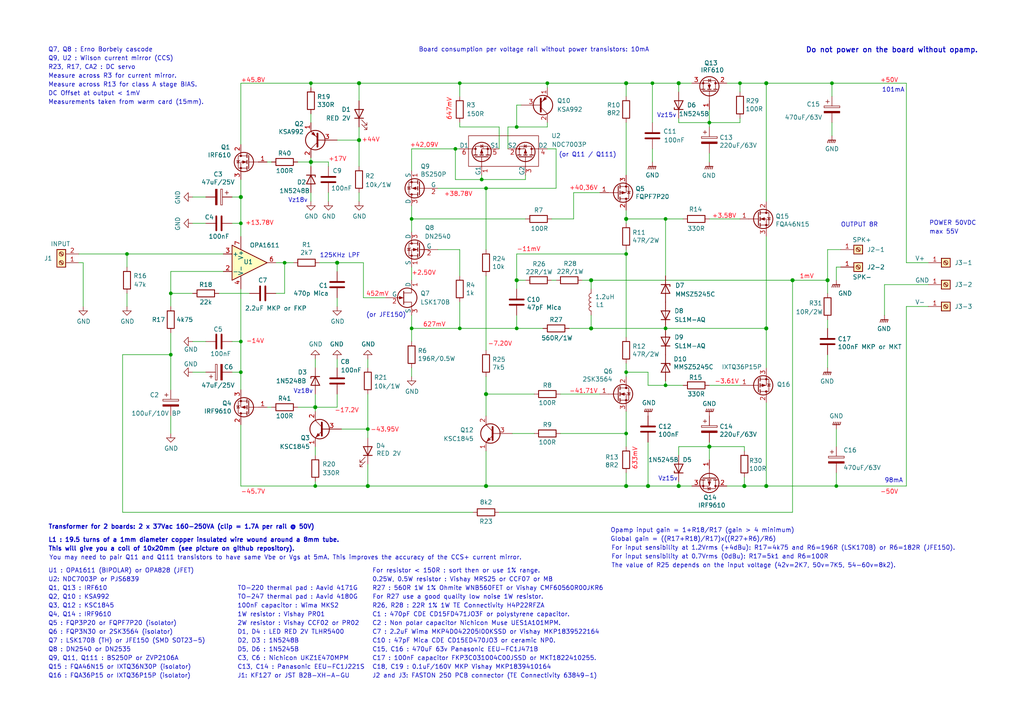
<source format=kicad_sch>
(kicad_sch (version 20231120) (generator "eeschema") (generator_version "8.0")
  (paper "A4")
  (title_block (title "Q17-Mini Amplifier") (date "2024-08-26") (rev "2.3.4") (company "Principe circuit by Tiberiu Vicol") (comment 1 "Modified by Stef for the Q17-Mini project") (comment 4 "Q17 a QUAD405 audiophile approach"))
  (junction (at 133.35 95.25))
  (junction (at 241.3 24.13))
  (junction (at 187.96 140.97) (diameter 1.016))
  (junction (at 106.68 124.46))
  (junction (at 91.44 140.97))
  (junction (at 215.9 140.97) (diameter 1.016))
  (junction (at 91.44 118.11) (diameter 1.016))
  (junction (at 140.97 54.61))
  (junction (at 36.83 73.66))
  (junction (at 205.74 35.56))
  (junction (at 196.85 24.13) (diameter 1.016))
  (junction (at 181.61 107.95))
  (junction (at 158.75 24.13))
  (junction (at 140.97 140.97) (diameter 1.016))
  (junction (at 196.85 140.97) (diameter 1.016))
  (junction (at 222.25 140.97) (diameter 1.016))
  (junction (at 90.17 46.99) (diameter 1.016))
  (junction (at 49.53 85.09))
  (junction (at 181.61 63.5) (diameter 1.016))
  (junction (at 240.03 81.28) (diameter 1.016))
  (junction (at 171.45 81.28) (diameter 1.016))
  (junction (at 69.85 107.95))
  (junction (at 139.7 52.07))
  (junction (at 149.86 95.25))
  (junction (at 69.85 57.15) (diameter 1.016))
  (junction (at 133.35 24.13))
  (junction (at 97.79 76.2) (diameter 1.016))
  (junction (at 149.86 81.28) (diameter 1.016))
  (junction (at 229.87 81.28) (diameter 1.016))
  (junction (at 82.55 76.2))
  (junction (at 205.74 129.54) (diameter 1.016))
  (junction (at 242.57 140.97))
  (junction (at 189.23 24.13))
  (junction (at 171.45 95.25) (diameter 1.016))
  (junction (at 222.25 24.13) (diameter 1.016))
  (junction (at 193.04 63.5))
  (junction (at 119.38 63.5))
  (junction (at 214.63 24.13))
  (junction (at 106.68 140.97) (diameter 1.016))
  (junction (at 181.61 140.97) (diameter 1.016))
  (junction (at 193.04 95.25))
  (junction (at 149.86 36.83))
  (junction (at 104.14 24.13) (diameter 1.016))
  (junction (at 222.25 95.25) (diameter 1.016))
  (junction (at 140.97 114.3) (diameter 1.016))
  (junction (at 132.08 43.18))
  (junction (at 181.61 73.66))
  (junction (at 104.14 40.64) (diameter 1.016))
  (junction (at 69.85 64.77))
  (junction (at 69.85 99.06))
  (junction (at 193.04 111.76))
  (junction (at 49.53 102.87))
  (junction (at 90.17 24.13))
  (junction (at 181.61 24.13) (diameter 1.016))
  (junction (at 181.61 125.73))
  (junction (at 119.38 95.25))
  (wire (pts (xy 149.86 30.48) (xy 151.13 30.48)))
  (wire (pts (xy 166.37 63.5) (xy 166.37 55.88)))
  (wire (pts (xy 181.61 72.39) (xy 181.61 73.66)))
  (wire (pts (xy 104.14 40.64) (xy 104.14 36.83)))
  (wire (pts (xy 97.79 40.64) (xy 104.14 40.64)))
  (wire (pts (xy 104.14 24.13) (xy 133.35 24.13)))
  (wire (pts (xy 215.9 130.81) (xy 215.9 129.54)))
  (wire (pts (xy 215.9 129.54) (xy 205.74 129.54)))
  (wire (pts (xy 90.17 33.02) (xy 90.17 35.56)))
  (wire (pts (xy 262.89 24.13) (xy 262.89 76.2)))
  (wire (pts (xy 49.53 78.74) (xy 49.53 85.09)))
  (wire (pts (xy 49.53 125.73) (xy 49.53 120.65)))
  (wire (pts (xy 67.31 107.95) (xy 69.85 107.95)))
  (wire (pts (xy 24.13 76.2) (xy 24.13 88.9)))
  (wire (pts (xy 22.86 76.2) (xy 24.13 76.2)))
  (wire (pts (xy 49.53 102.87) (xy 49.53 113.03)))
  (wire (pts (xy 119.38 43.18) (xy 119.38 49.53)))
  (wire (pts (xy 189.23 43.18) (xy 189.23 46.99)))
  (wire (pts (xy 67.31 99.06) (xy 69.85 99.06)))
  (wire (pts (xy 90.17 24.13) (xy 104.14 24.13)))
  (wire (pts (xy 181.61 119.38) (xy 181.61 125.73)))
  (wire (pts (xy 149.86 73.66) (xy 181.61 73.66)))
  (wire (pts (xy 149.86 81.28) (xy 149.86 73.66)))
  (wire (pts (xy 200.66 24.13) (xy 196.85 24.13)))
  (wire (pts (xy 262.89 88.9) (xy 262.89 140.97)))
  (wire (pts (xy 147.32 36.83) (xy 149.86 36.83)))
  (wire (pts (xy 90.17 46.99) (xy 90.17 48.26)))
  (wire (pts (xy 90.17 45.72) (xy 90.17 46.99)))
  (wire (pts (xy 78.74 118.11) (xy 77.47 118.11)))
  (wire (pts (xy 22.86 73.66) (xy 36.83 73.66)))
  (wire (pts (xy 262.89 88.9) (xy 269.24 88.9)))
  (wire (pts (xy 119.38 43.18) (xy 132.08 43.18)))
  (wire (pts (xy 241.3 24.13) (xy 262.89 24.13)))
  (wire (pts (xy 69.85 140.97) (xy 91.44 140.97)))
  (wire (pts (xy 240.03 72.39) (xy 240.03 81.28)))
  (wire (pts (xy 69.85 123.19) (xy 69.85 140.97)))
  (wire (pts (xy 69.85 57.15) (xy 69.85 64.77)))
  (wire (pts (xy 55.88 57.15) (xy 59.69 57.15)))
  (wire (pts (xy 132.08 43.18) (xy 133.35 43.18)))
  (wire (pts (xy 173.99 55.88) (xy 166.37 55.88)))
  (wire (pts (xy 205.74 44.45) (xy 205.74 46.99)))
  (wire (pts (xy 35.56 102.87) (xy 49.53 102.87)))
  (wire (pts (xy 137.16 148.59) (xy 35.56 148.59)))
  (wire (pts (xy 35.56 148.59) (xy 35.56 102.87)))
  (wire (pts (xy 152.4 81.28) (xy 149.86 81.28)))
  (wire (pts (xy 149.86 81.28) (xy 149.86 83.82)))
  (wire (pts (xy 181.61 35.56) (xy 181.61 50.8)))
  (wire (pts (xy 205.74 128.27) (xy 205.74 129.54)))
  (wire (pts (xy 127 54.61) (xy 140.97 54.61)))
  (wire (pts (xy 158.75 43.18) (xy 161.29 43.18)))
  (wire (pts (xy 55.88 107.95) (xy 59.69 107.95)))
  (wire (pts (xy 91.44 139.7) (xy 91.44 140.97)))
  (wire (pts (xy 119.38 59.69) (xy 119.38 63.5)))
  (wire (pts (xy 168.91 81.28) (xy 171.45 81.28)))
  (wire (pts (xy 171.45 83.82) (xy 171.45 81.28)))
  (wire (pts (xy 160.02 81.28) (xy 161.29 81.28)))
  (wire (pts (xy 242.57 77.47) (xy 243.84 77.47)))
  (wire (pts (xy 242.57 77.47) (xy 242.57 81.28)))
  (wire (pts (xy 158.75 24.13) (xy 158.75 25.4)))
  (wire (pts (xy 36.83 73.66) (xy 64.77 73.66)))
  (wire (pts (xy 162.56 114.3) (xy 173.99 114.3)))
  (wire (pts (xy 140.97 114.3) (xy 154.94 114.3)))
  (wire (pts (xy 149.86 36.83) (xy 158.75 36.83)))
  (wire (pts (xy 229.87 81.28) (xy 229.87 148.59)))
  (wire (pts (xy 229.87 148.59) (xy 144.78 148.59)))
  (wire (pts (xy 55.88 64.77) (xy 59.69 64.77)))
  (wire (pts (xy 171.45 91.44) (xy 171.45 95.25)))
  (wire (pts (xy 165.1 95.25) (xy 171.45 95.25)))
  (wire (pts (xy 140.97 54.61) (xy 161.29 54.61)))
  (wire (pts (xy 205.74 63.5) (xy 214.63 63.5)))
  (wire (pts (xy 77.47 46.99) (xy 78.74 46.99)))
  (wire (pts (xy 205.74 111.76) (xy 214.63 111.76)))
  (wire (pts (xy 222.25 58.42) (xy 222.25 24.13)))
  (wire (pts (xy 210.82 24.13) (xy 214.63 24.13)))
  (wire (pts (xy 181.61 24.13) (xy 189.23 24.13)))
  (wire (pts (xy 181.61 24.13) (xy 181.61 27.94)))
  (wire (pts (xy 133.35 24.13) (xy 158.75 24.13)))
  (wire (pts (xy 97.79 118.11) (xy 91.44 118.11)))
  (wire (pts (xy 97.79 114.3) (xy 97.79 118.11)))
  (wire (pts (xy 215.9 138.43) (xy 215.9 140.97)))
  (wire (pts (xy 222.25 95.25) (xy 222.25 106.68)))
  (wire (pts (xy 222.25 68.58) (xy 222.25 95.25)))
  (wire (pts (xy 166.37 63.5) (xy 160.02 63.5)))
  (wire (pts (xy 140.97 109.22) (xy 140.97 114.3)))
  (wire (pts (xy 36.83 73.66) (xy 36.83 77.47)))
  (wire (pts (xy 133.35 35.56) (xy 133.35 36.83)))
  (wire (pts (xy 119.38 63.5) (xy 119.38 67.31)))
  (wire (pts (xy 162.56 125.73) (xy 181.61 125.73)))
  (wire (pts (xy 205.74 31.75) (xy 205.74 35.56)))
  (wire (pts (xy 181.61 107.95) (xy 181.61 109.22)))
  (wire (pts (xy 91.44 106.68) (xy 91.44 104.14)))
  (wire (pts (xy 132.08 43.18) (xy 132.08 52.07)))
  (wire (pts (xy 97.79 76.2) (xy 105.41 76.2)))
  (wire (pts (xy 181.61 105.41) (xy 181.61 107.95)))
  (wire (pts (xy 140.97 114.3) (xy 140.97 120.65)))
  (wire (pts (xy 196.85 35.56) (xy 205.74 35.56)))
  (wire (pts (xy 196.85 34.29) (xy 196.85 35.56)))
  (wire (pts (xy 133.35 24.13) (xy 133.35 27.94)))
  (wire (pts (xy 106.68 106.68) (xy 106.68 104.14)))
  (wire (pts (xy 214.63 35.56) (xy 214.63 34.29)))
  (wire (pts (xy 36.83 85.09) (xy 36.83 88.9)))
  (wire (pts (xy 97.79 76.2) (xy 97.79 78.74)))
  (wire (pts (xy 92.71 76.2) (xy 97.79 76.2)))
  (wire (pts (xy 95.25 46.99) (xy 90.17 46.99)))
  (wire (pts (xy 95.25 48.26) (xy 95.25 46.99)))
  (wire (pts (xy 193.04 63.5) (xy 198.12 63.5)))
  (wire (pts (xy 133.35 36.83) (xy 144.78 36.83)))
  (wire (pts (xy 149.86 91.44) (xy 149.86 95.25)))
  (wire (pts (xy 149.86 95.25) (xy 157.48 95.25)))
  (wire (pts (xy 119.38 91.44) (xy 119.38 95.25)))
  (wire (pts (xy 104.14 55.88) (xy 104.14 58.42)))
  (wire (pts (xy 69.85 113.03) (xy 69.85 107.95)))
  (wire (pts (xy 181.61 107.95) (xy 187.96 107.95)))
  (wire (pts (xy 55.88 99.06) (xy 59.69 99.06)))
  (wire (pts (xy 69.85 99.06) (xy 69.85 107.95)))
  (wire (pts (xy 222.25 140.97) (xy 215.9 140.97)))
  (wire (pts (xy 222.25 116.84) (xy 222.25 140.97)))
  (wire (pts (xy 215.9 140.97) (xy 210.82 140.97)))
  (wire (pts (xy 187.96 140.97) (xy 181.61 140.97)))
  (wire (pts (xy 161.29 54.61) (xy 161.29 43.18)))
  (wire (pts (xy 63.5 85.09) (xy 72.39 85.09)))
  (wire (pts (xy 181.61 140.97) (xy 181.61 137.16)))
  (wire (pts (xy 140.97 140.97) (xy 181.61 140.97)))
  (wire (pts (xy 140.97 130.81) (xy 140.97 140.97)))
  (wire (pts (xy 152.4 52.07) (xy 152.4 50.8)))
  (wire (pts (xy 240.03 72.39) (xy 243.84 72.39)))
  (wire (pts (xy 80.01 76.2) (xy 82.55 76.2)))
  (wire (pts (xy 133.35 95.25) (xy 149.86 95.25)))
  (wire (pts (xy 187.96 111.76) (xy 187.96 107.95)))
  (wire (pts (xy 106.68 114.3) (xy 106.68 124.46)))
  (wire (pts (xy 91.44 119.38) (xy 91.44 118.11)))
  (wire (pts (xy 69.85 41.91) (xy 69.85 24.13)))
  (wire (pts (xy 69.85 24.13) (xy 90.17 24.13)))
  (wire (pts (xy 214.63 24.13) (xy 222.25 24.13)))
  (wire (pts (xy 187.96 128.27) (xy 187.96 140.97)))
  (wire (pts (xy 49.53 96.52) (xy 49.53 102.87)))
  (wire (pts (xy 140.97 80.01) (xy 140.97 101.6)))
  (wire (pts (xy 147.32 36.83) (xy 147.32 43.18)))
  (wire (pts (xy 67.31 64.77) (xy 69.85 64.77)))
  (wire (pts (xy 139.7 52.07) (xy 139.7 50.8)))
  (wire (pts (xy 104.14 24.13) (xy 104.14 29.21)))
  (wire (pts (xy 90.17 25.4) (xy 90.17 24.13)))
  (wire (pts (xy 189.23 24.13) (xy 189.23 35.56)))
  (wire (pts (xy 196.85 139.7) (xy 196.85 140.97)))
  (wire (pts (xy 193.04 110.49) (xy 193.04 111.76)))
  (wire (pts (xy 132.08 52.07) (xy 139.7 52.07)))
  (wire (pts (xy 119.38 63.5) (xy 152.4 63.5)))
  (wire (pts (xy 262.89 76.2) (xy 269.24 76.2)))
  (wire (pts (xy 119.38 106.68) (xy 119.38 109.22)))
  (wire (pts (xy 133.35 87.63) (xy 133.35 95.25)))
  (wire (pts (xy 222.25 140.97) (xy 242.57 140.97)))
  (wire (pts (xy 242.57 137.16) (xy 242.57 140.97)))
  (wire (pts (xy 106.68 140.97) (xy 140.97 140.97)))
  (wire (pts (xy 205.74 35.56) (xy 214.63 35.56)))
  (wire (pts (xy 106.68 140.97) (xy 106.68 134.62)))
  (wire (pts (xy 133.35 72.39) (xy 133.35 80.01)))
  (wire (pts (xy 193.04 111.76) (xy 198.12 111.76)))
  (wire (pts (xy 189.23 24.13) (xy 196.85 24.13)))
  (wire (pts (xy 205.74 129.54) (xy 205.74 133.35)))
  (wire (pts (xy 105.41 76.2) (xy 105.41 86.36)))
  (wire (pts (xy 187.96 111.76) (xy 193.04 111.76)))
  (wire (pts (xy 106.68 127) (xy 106.68 124.46)))
  (wire (pts (xy 193.04 95.25) (xy 222.25 95.25)))
  (wire (pts (xy 139.7 52.07) (xy 152.4 52.07)))
  (wire (pts (xy 187.96 140.97) (xy 196.85 140.97)))
  (wire (pts (xy 196.85 140.97) (xy 200.66 140.97)))
  (wire (pts (xy 229.87 81.28) (xy 240.03 81.28)))
  (wire (pts (xy 240.03 81.28) (xy 240.03 85.09)))
  (wire (pts (xy 171.45 81.28) (xy 229.87 81.28)))
  (wire (pts (xy 49.53 78.74) (xy 64.77 78.74)))
  (wire (pts (xy 149.86 30.48) (xy 149.86 36.83)))
  (wire (pts (xy 148.59 125.73) (xy 154.94 125.73)))
  (wire (pts (xy 91.44 118.11) (xy 91.44 114.3)))
  (wire (pts (xy 205.74 35.56) (xy 205.74 36.83)))
  (wire (pts (xy 82.55 76.2) (xy 85.09 76.2)))
  (wire (pts (xy 86.36 118.11) (xy 91.44 118.11)))
  (wire (pts (xy 256.54 82.55) (xy 256.54 91.44)))
  (wire (pts (xy 256.54 82.55) (xy 269.24 82.55)))
  (wire (pts (xy 119.38 77.47) (xy 119.38 81.28)))
  (wire (pts (xy 181.61 60.96) (xy 181.61 63.5)))
  (wire (pts (xy 181.61 63.5) (xy 181.61 64.77)))
  (wire (pts (xy 69.85 68.58) (xy 69.85 64.77)))
  (wire (pts (xy 171.45 95.25) (xy 193.04 95.25)))
  (wire (pts (xy 69.85 83.82) (xy 69.85 99.06)))
  (wire (pts (xy 181.61 125.73) (xy 181.61 129.54)))
  (wire (pts (xy 119.38 95.25) (xy 133.35 95.25)))
  (wire (pts (xy 82.55 85.09) (xy 82.55 76.2)))
  (wire (pts (xy 80.01 85.09) (xy 82.55 85.09)))
  (wire (pts (xy 181.61 73.66) (xy 181.61 97.79)))
  (wire (pts (xy 104.14 40.64) (xy 104.14 48.26)))
  (wire (pts (xy 95.25 58.42) (xy 95.25 55.88)))
  (wire (pts (xy 49.53 85.09) (xy 55.88 85.09)))
  (wire (pts (xy 140.97 54.61) (xy 140.97 72.39)))
  (wire (pts (xy 196.85 132.08) (xy 196.85 129.54)))
  (wire (pts (xy 196.85 129.54) (xy 205.74 129.54)))
  (wire (pts (xy 90.17 55.88) (xy 90.17 58.42)))
  (wire (pts (xy 242.57 140.97) (xy 262.89 140.97)))
  (wire (pts (xy 69.85 52.07) (xy 69.85 57.15)))
  (wire (pts (xy 97.79 104.14) (xy 97.79 106.68)))
  (wire (pts (xy 99.06 124.46) (xy 106.68 124.46)))
  (wire (pts (xy 240.03 102.87) (xy 240.03 106.68)))
  (wire (pts (xy 86.36 46.99) (xy 90.17 46.99)))
  (wire (pts (xy 97.79 86.36) (xy 97.79 88.9)))
  (wire (pts (xy 158.75 24.13) (xy 181.61 24.13)))
  (wire (pts (xy 240.03 92.71) (xy 240.03 95.25)))
  (wire (pts (xy 241.3 35.56) (xy 241.3 39.37)))
  (wire (pts (xy 127 72.39) (xy 133.35 72.39)))
  (wire (pts (xy 196.85 24.13) (xy 196.85 26.67)))
  (wire (pts (xy 144.78 36.83) (xy 144.78 43.18)))
  (wire (pts (xy 181.61 63.5) (xy 193.04 63.5)))
  (wire (pts (xy 214.63 26.67) (xy 214.63 24.13)))
  (wire (pts (xy 119.38 95.25) (xy 119.38 99.06)))
  (wire (pts (xy 91.44 140.97) (xy 106.68 140.97)))
  (wire (pts (xy 49.53 85.09) (xy 49.53 88.9)))
  (wire (pts (xy 242.57 129.54) (xy 242.57 124.46)))
  (wire (pts (xy 105.41 86.36) (xy 111.76 86.36)))
  (wire (pts (xy 193.04 63.5) (xy 193.04 80.01)))
  (wire (pts (xy 222.25 24.13) (xy 241.3 24.13)))
  (wire (pts (xy 241.3 27.94) (xy 241.3 24.13)))
  (wire (pts (xy 67.31 57.15) (xy 69.85 57.15)))
  (wire (pts (xy 91.44 132.08) (xy 91.44 129.54)))
  (wire (pts (xy 158.75 36.83) (xy 158.75 35.56)))
  (text "-43.95V" (at 107.442 125.476 0) (effects (font (size 1.27 1.27)) (justify left bottom)))
  (text "Q15 : FQA46N15 or IXTQ36N30P (isolator)" (at 13.97 194.31 0) (effects (font (size 1.27 1.27)) (justify left bottom)))
  (text "452mV" (at 106.172 86.106 0) (effects (font (size 1.27 1.27)) (justify left bottom)))
  (text "+2.50V" (at 119.38 80.01 0) (effects (font (size 1.27 1.27)) (justify left bottom)))
  (text "max 55V" (at 269.494 68.072 0) (effects (font (size 1.27 1.27)) (justify left bottom)))
  (text "-17.2V" (at 97.028 119.888 0) (effects (font (size 1.27 1.27)) (justify left bottom)))
  (text "The value of R25 depends on the input voltage (42v=2K7, 50v=7K5, 54-60v=8k2)." (at 177.292 164.846 0) (effects (font (size 1.27 1.27)) (justify left bottom)))
  (text "1W resistor : Vishay PR01" (at 68.834 179.07 0) (effects (font (size 1.27 1.27)) (justify left bottom)))
  (text "-11mV" (at 149.86 73.152 0) (effects (font (size 1.27 1.27)) (justify left bottom)))
  (text "Q3, Q12 : KSC1845" (at 13.97 176.53 0) (effects (font (size 1.27 1.27)) (justify left bottom)))
  (text "-50V" (at 255.27 143.51 0) (effects (font (size 1.27 1.27)) (justify left bottom)))
  (text "U2: NDC7003P or PJS6839" (at 13.97 168.91 0) (effects (font (size 1.27 1.27)) (justify left bottom)))
  (text "This will give you a coil of 10x20mm (see picture on github repository)." (at 13.97 160.02 0) (effects (font (size 1.27 1.27) (thickness 0.254) (bold yes)) (justify left bottom)))
  (text "-3.61V" (at 207.264 111.506 0) (effects (font (size 1.27 1.27)) (justify left bottom)))
  (text "Q5 : FQP3P20 or FQPF7P20 (isolator)" (at 13.97 181.61 0) (effects (font (size 1.27 1.27)) (justify left bottom)))
  (text "+45.8V" (at 69.85 24.13 0) (effects (font (size 1.27 1.27)) (justify left bottom)))
  (text "125KHz LPF" (at 92.71 74.93 0) (effects (font (size 1.27 1.27)) (justify left bottom)))
  (text "R26, R28 : 22R 1% 1W TE Connectivity H4P22RFZA" (at 107.95 176.53 0) (effects (font (size 1.27 1.27)) (justify left bottom)))
  (text "627mV" (at 122.682 94.996 0) (effects (font (size 1.27 1.27)) (justify left bottom)))
  (text "TO-247 thermal pad : Aavid 4180G" (at 86.36 173.228 0) (effects (font (size 1.27 1.27))))
  (text "(or JFE150)" (at 106.172 92.202 0) (effects (font (size 1.27 1.27)) (justify left bottom)))
  (text "Q1, Q13 : IRF610" (at 13.97 171.45 0) (effects (font (size 1.27 1.27)) (justify left bottom)))
  (text "D5, D6 : 1N5245B" (at 68.834 189.23 0) (effects (font (size 1.27 1.27)) (justify left bottom)))
  (text "C2 : Non polar capacitor Nichicon Muse UES1A101MPM." (at 107.95 181.61 0) (effects (font (size 1.27 1.27)) (justify left bottom)))
  (text "D2, D3 : 1N5248B" (at 68.834 186.69 0) (effects (font (size 1.27 1.27)) (justify left bottom)))
  (text "D1, D4 : LED RED 2V TLHR5400" (at 68.834 184.15 0) (effects (font (size 1.27 1.27)) (justify left bottom)))
  (text "For input sensibility at 0.7Vrms (0dBu): R17=5k1 and R6=100R" (at 177.292 162.306 0) (effects (font (size 1.27 1.27)) (justify left bottom)))
  (text "C3, C6 : Nichicon UKZ1E470MPM" (at 68.834 191.77 0) (effects (font (size 1.27 1.27)) (justify left bottom)))
  (text "J1: KF127 or JST B2B-XH-A-GU" (at 68.834 196.85 0) (effects (font (size 1.27 1.27)) (justify left bottom)))
  (text "U1 : OPA1611 (BIPOLAR) or OPA828 (JFET)" (at 13.97 166.37 0) (effects (font (size 1.27 1.27)) (justify left bottom)))
  (text "-7.20V" (at 141.478 100.584 0) (effects (font (size 1.27 1.27)) (justify left bottom)))
  (text "Board consumption per voltage rail without power transistors: 10mA" (at 121.412 15.24 0) (effects (font (size 1.27 1.27)) (justify left bottom)))
  (text "+3.58V" (at 206.502 63.5 0) (effects (font (size 1.27 1.27)) (justify left bottom)))
  (text "Q8 : DN2540 or DN2535" (at 13.97 189.23 0) (effects (font (size 1.27 1.27)) (justify left bottom)))
  (text "L1 : 19.5 turns of a 1mm diameter copper insulated wire wound around a 8mm tube." (at 13.97 157.48 0) (effects (font (size 1.27 1.27) (thickness 0.254) (bold yes)) (justify left bottom)))
  (text "Global gain = ((R17+R18)/R17)x((R27+R6)/R6)" (at 177.038 156.464 0) (effects (font (size 1.27 1.27)) (justify left)))
  (text "Q6 : FQP3N30 or 2SK3564 (isolator)" (at 13.97 184.15 0) (effects (font (size 1.27 1.27)) (justify left bottom)))
  (text "Q9, U2 : Wilson current mirror (CCS)" (at 13.97 17.78 0) (effects (font (size 1.27 1.27)) (justify left bottom)))
  (text "Transformer for 2 boards: 2 x 37Vac 160-250VA (clip = 1.7A per rail @ 50V)" (at 13.97 153.67 0) (effects (font (size 1.27 1.27) (thickness 0.254) (bold yes)) (justify left bottom)))
  (text "For resistor < 150R : sort then or use 1% range." (at 107.95 166.37 0) (effects (font (size 1.27 1.27)) (justify left bottom)))
  (text "647mV" (at 131.064 35.052 90) (effects (font (size 1.27 1.27) (italic yes)) (justify left bottom)))
  (text "+13.78V" (at 71.12 65.532 0) (effects (font (size 1.27 1.27)) (justify left bottom)))
  (text "For R27 use a good quality low noise 1W resistor." (at 132.842 173.228 0) (effects (font (size 1.27 1.27))))
  (text "Measure across R13 for class A stage BIAS." (at 13.97 25.4 0) (effects (font (size 1.27 1.27)) (justify left bottom)))
  (text "OUTPUT 8R" (at 243.84 66.04 0) (effects (font (size 1.27 1.27)) (justify left bottom)))
  (text "2W resistor : Vishay CCF02 or PR02" (at 68.834 181.61 0) (effects (font (size 1.27 1.27)) (justify left bottom)))
  (text "Opamp input gain = 1+R18/R17 (gain > 4 minimum)" (at 177.038 153.924 0) (effects (font (size 1.27 1.27)) (justify left)))
  (text "Q16 : FQA36P15 or IXTQ36P15P (isolator)" (at 13.97 196.85 0) (effects (font (size 1.27 1.27)) (justify left bottom)))
  (text "1mV" (at 231.902 81.026 0) (effects (font (size 1.27 1.27)) (justify left bottom)))
  (text "Vz18v" (at 85.09 114.3 0) (effects (font (size 1.27 1.27)) (justify left bottom)))
  (text "-45.7V" (at 69.85 143.51 0) (effects (font (size 1.27 1.27)) (justify left bottom)))
  (text "TO-220 thermal pad : Aavid 4171G" (at 86.36 170.688 0) (effects (font (size 1.27 1.27))))
  (text "Q7 : LSK170B (TH) or JFE150 (SMD SOT23-5)" (at 13.97 186.69 0) (effects (font (size 1.27 1.27)) (justify left bottom)))
  (text "Q2, Q10 : KSA992" (at 13.97 173.99 0) (effects (font (size 1.27 1.27)) (justify left bottom)))
  (text "Q4, Q14 : IRF9610" (at 13.97 179.07 0) (effects (font (size 1.27 1.27)) (justify left bottom)))
  (text "-14V" (at 71.374 99.822 0) (effects (font (size 1.27 1.27)) (justify left bottom)))
  (text "+40,36V" (at 165.1 55.372 0) (effects (font (size 1.27 1.27)) (justify left bottom)))
  (text "For input sensibility at 1.2Vrms (+4dBu): R17=4k75 and R6=196R (LSK170B) or R6=182R (JFE150)." (at 177.292 159.766 0) (effects (font (size 1.27 1.27)) (justify left bottom)))
  (text "C15, C16 : 470uF 63v Panasonic EEU-FC1J471B" (at 107.95 189.23 0) (effects (font (size 1.27 1.27)) (justify left bottom)))
  (text "C18, C19 : 0.1uF/160V MKP Vishay MKP1839410164" (at 107.95 194.31 0) (effects (font (size 1.27 1.27)) (justify left bottom)))
  (text "C17 : 100nF capacitor FKP3C031004C00JSSD or MKT1822410255." (at 107.95 191.77 0) (effects (font (size 1.27 1.27)) (justify left bottom)))
  (text "0.25W, 0.5W resistor : Vishay MRS25 or CCF07 or MB" (at 107.95 168.91 0) (effects (font (size 1.27 1.27)) (justify left bottom)))
  (text "C7 : 2.2uF Wima MKP4D042205I00KSSD or Vishay MKP1839522164" (at 107.95 184.15 0) (effects (font (size 1.27 1.27)) (justify left bottom)))
  (text "C1 : 470pF CDE CD15FD471JO3F or polystyrene capacitor." (at 107.95 179.07 0) (effects (font (size 1.27 1.27)) (justify left bottom)))
  (text "R23, R17, CA2 : DC servo" (at 13.97 20.32 0) (effects (font (size 1.27 1.27)) (justify left bottom)))
  (text "Measurements taken from warm card (15mm)." (at 13.97 29.718 0) (effects (font (size 1.27 1.27)) (justify left)))
  (text "+44V" (at 104.902 41.402 0) (effects (font (size 1.27 1.27)) (justify left bottom)))
  (text "You may need to pair Q11 and Q111 transistors to have same Vbe or Vgs at 5mA. This improves the accuracy of the CCS+ current mirror.\n" (at 14.224 162.56 0) (effects (font (size 1.27 1.27)) (justify left bottom)))
  (text "98mA" (at 256.54 140.208 0) (effects (font (size 1.27 1.27)) (justify left bottom)))
  (text "DC Offset at output < 1mV" (at 13.97 27.94 0) (effects (font (size 1.27 1.27)) (justify left bottom)))
  (text "Vz15v" (at 190.8835 139.6616 0) (effects (font (size 1.27 1.27)) (justify left bottom)))
  (text "J2 and J3: FASTON 250 PCB connector (TE Connectivity 63849-1)" (at 107.95 196.85 0) (effects (font (size 1.27 1.27)) (justify left bottom)))
  (text "R27 : 560R 1W 1% Ohmite WNB560FET or Vishay CMF60560R00JKR6" (at 107.95 171.45 0) (effects (font (size 1.27 1.27)) (justify left bottom)))
  (text "-41.71V" (at 165.1 114.3 0) (effects (font (size 1.27 1.27)) (justify left bottom)))
  (text "C13, C14 : Panasonic EEU-FC1J221S" (at 68.834 194.31 0) (effects (font (size 1.27 1.27)) (justify left bottom)))
  (text "Vz15v" (at 190.5 34.29 0) (effects (font (size 1.27 1.27)) (justify left bottom)))
  (text "Q7, Q8 : Erno Borbely cascode\n" (at 13.97 15.24 0) (effects (font (size 1.27 1.27)) (justify left bottom)))
  (text "POWER 50VDC" (at 269.494 65.532 0) (effects (font (size 1.27 1.27)) (justify left bottom)))
  (text "Measure across R3 for current mirror." (at 13.97 22.86 0) (effects (font (size 1.27 1.27)) (justify left bottom)))
  (text "+42,09V" (at 118.872 42.926 0) (effects (font (size 1.27 1.27)) (justify left bottom)))
  (text "100nF capacitor : Wima MKS2" (at 68.834 176.53 0) (effects (font (size 1.27 1.27)) (justify left bottom)))
  (text "101mA" (at 255.778 26.924 0) (effects (font (size 1.27 1.27)) (justify left bottom)))
  (text "Do not power on the board without opamp." (at 233.68 15.494 0) (effects (font (size 1.5 1.5) (thickness 0.254) (bold yes)) (justify left bottom)))
  (text "633mV" (at 184.912 136.398 90) (effects (font (size 1.27 1.27) (italic yes)) (justify left bottom)))
  (text "(or Q11 / Q111)" (at 162.052 45.72 0) (effects (font (size 1.27 1.27)) (justify left bottom)))
  (text "Vz18v" (at 83.566 58.928 0) (effects (font (size 1.27 1.27)) (justify left bottom)))
  (text "C10 : 47pF Mica CDE CD15ED470JO3 or ceramic NP0." (at 107.95 186.69 0) (effects (font (size 1.27 1.27)) (justify left bottom)))
  (text "+38.78V" (at 128.778 57.15 0) (effects (font (size 1.27 1.27)) (justify left bottom)))
  (text "+17V" (at 95.25 46.99 0) (effects (font (size 1.27 1.27)) (justify left bottom)))
  (text "Q9, Q11, Q111 : BS250P or ZVP2106A" (at 13.97 191.77 0) (effects (font (size 1.27 1.27)) (justify left bottom)))
  (text "+50V" (at 255.27 24.13 0) (effects (font (size 1.27 1.27)) (justify left bottom)))
  (symbol (lib_name "GND_1") (lib_id "power:GND") (at 55.88 57.15 270) (unit 1)
    (property "Reference" "#PWR0111" (effects (hide yes)))
    (property "Value" "GND" (at 51.5556 57.2643 0))
  )
  (symbol (lib_id "Device:R") (at 181.61 133.35 0) (unit 1)
    (property "Reference" "R13" (at 175.514 132.588 0) (effects (justify left)))
    (property "Value" "8R2" (at 175.514 134.8867 0) (effects (justify left)))
    (property "Footprint" "Resistor_THT:R_Axial_DIN0207_L6.3mm_D2.5mm_P10.16mm_Horizontal" (effects (hide yes)))
    (property "Datasheet" "https://www.vishay.com/doc?28724" (effects (hide yes)))
    (property "Part#" "MRS25000C8208FCT00" (effects (hide yes)))
    (property "Mouser" "594-MRS25000C8208FCT" (effects (hide yes)))
  )
  (symbol (lib_id "Device:Q_NJFET_DGS") (at 116.84 86.36 0) (unit 1)
    (property "Reference" "Q7" (at 121.92 85.09 0) (effects (justify left)))
    (property "Value" "LSK170B" (at 121.92 87.63 0) (effects (justify left)))
    (property "Footprint" "Package_TO_SOT_THT:TO-92_Inline_Wide" (effects (hide yes)))
    (property "Datasheet" "https://www.mouser.fr/datasheet/2/1442/LSK170SeriesDSRevA22-3179964.pdf" (effects (hide yes)))
    (property "Part#" "LSK170B-TO-92-3L-BK" (effects (hide yes)))
    (property "Mouser" "722-LSK170BTO923LBK" (effects (hide yes)))
  )
  (symbol (lib_id "Device:C") (at 63.5 99.06 90) (unit 1)
    (property "Reference" "C5" (at 63.246 95.504 90))
    (property "Value" "100nF" (at 64.008 102.616 90))
    (property "Footprint" "Capacitor_THT:C_Rect_L7.2mm_W2.5mm_P5.00mm_FKS2_FKP2_MKS2_MKP2" (effects (hide yes)))
    (property "Datasheet" "https://www.mouser.fr/datasheet/2/440/e_WIMA_MKS_2-1139871.pdf" (effects (hide yes)))
    (property "Part#" "MKS2D031001A00KSSD" (effects (hide yes)))
    (property "Mouser" "505-MKS2.1/100/10" (effects (hide yes)))
  )
  (symbol (lib_id "Device:R") (at 240.03 88.9 0) (unit 1)
    (property "Reference" "R31" (at 234.5931 87.9307 0) (effects (justify left)))
    (property "Value" "10R/2W" (at 230.7831 90.4707 0) (effects (justify left)))
    (property "Footprint" "Resistor_THT:R_Axial_DIN0411_L9.9mm_D3.6mm_P15.24mm_Horizontal" (effects (hide yes)))
    (property "Datasheet" "https://www.vishay.com/doc?28729" (effects (hide yes)))
    (property "Part#" "PR02000201009JR500" (effects (hide yes)))
    (property "Mouser" "594-5083NW10R00J" (effects (hide yes)))
  )
  (symbol (lib_name "GND_5") (lib_id "power:GND") (at 55.88 107.95 270) (unit 1)
    (property "Reference" "#PWR0129" (effects (hide yes)))
    (property "Value" "GND" (at 55.3399 105.5834 90))
  )
  (symbol (lib_name "GND_6") (lib_id "power:GND") (at 49.53 125.73 0) (unit 1)
    (property "Reference" "#PWR0107" (effects (hide yes)))
    (property "Value" "GND" (at 49.6443 130.0544 0))
  )
  (symbol (lib_id "Device:R") (at 88.9 76.2 90) (unit 1)
    (property "Reference" "R1" (at 88.9 70.9738 90))
    (property "Value" "2k7" (at 88.9 73.2725 90))
    (property "Footprint" "Resistor_THT:R_Axial_DIN0207_L6.3mm_D2.5mm_P10.16mm_Horizontal" (effects (hide yes)))
    (property "Datasheet" "https://www.vishay.com/doc?28724" (effects (hide yes)))
    (property "Part#" "MRS25000C2701FRP00" (effects (hide yes)))
    (property "Mouser" "594-MRS25000C2701FRP" (effects (hide yes)))
  )
  (symbol (lib_name "GNDPWR_1") (lib_id "power:GNDPWR") (at 205.74 120.65 180) (unit 1)
    (property "Reference" "#PWR0121" (effects (hide yes)))
    (property "Value" "GND" (at 205.74 117.094 0))
  )
  (symbol (lib_id "Connector:Screw_Terminal_01x01") (at 248.92 77.47 0) (unit 1)
    (property "Reference" "J2-2" (at 251.46 77.47 0) (effects (justify left)))
    (property "Value" "SPK-" (at 247.2875 80.371 0) (effects (justify left)))
    (property "Footprint" "Q17_Library:Faston_Connector_63849-1_TEC" (effects (hide yes)))
    (property "Datasheet" "https://www.te.com/commerce/DocumentDelivery/DDEController?Action=srchrtrv&DocNm=63824&DocType=Customer+Drawing&DocLang=English&PartCntxt=63824-1&DocFormat=pdf" (effects (hide yes)))
    (property "Part#" "TE Connectivity 63849-1" (effects (hide yes)))
    (property "Mouser" "571-638491" (effects (hide yes)))
  )
  (symbol (lib_id "Device:C") (at 187.96 124.46 0) (unit 1)
    (property "Reference" "C12" (at 190.8811 123.6991 0) (effects (justify left)))
    (property "Value" "100nF" (at 190.8811 125.9978 0) (effects (justify left)))
    (property "Footprint" "Capacitor_THT:C_Rect_L7.2mm_W2.5mm_P5.00mm_FKS2_FKP2_MKS2_MKP2" (effects (hide yes)))
    (property "Datasheet" "https://www.mouser.fr/datasheet/2/440/e_WIMA_MKS_2-1139871.pdf" (effects (hide yes)))
    (property "Part#" "MKS2D031001A00KSSD" (effects (hide yes)))
    (property "Mouser" "505-MKS2.1/100/10" (effects (hide yes)))
  )
  (symbol (lib_id "Device:R") (at 181.61 68.58 0) (unit 1)
    (property "Reference" "R11" (at 183.3881 67.4306 0) (effects (justify left)))
    (property "Value" "47R/2W" (at 183.3881 69.7293 0) (effects (justify left)))
    (property "Footprint" "Resistor_THT:R_Axial_DIN0411_L9.9mm_D3.6mm_P12.70mm_Horizontal" (effects (hide yes)))
    (property "Datasheet" "https://www.vishay.com/doc?28729" (effects (hide yes)))
    (property "Part#" "PR02000204709JR500" (effects (hide yes)))
    (property "Mouser" "594-5083NW47R00J" (effects (hide yes)))
  )
  (symbol (lib_id "Device:R") (at 158.75 125.73 90) (unit 1)
    (property "Reference" "R9" (at 158.75 123.19 90))
    (property "Value" "100R" (at 158.75 128.27 90))
    (property "Footprint" "Resistor_THT:R_Axial_DIN0207_L6.3mm_D2.5mm_P10.16mm_Horizontal" (effects (hide yes)))
    (property "Datasheet" "https://www.vishay.com/doc?28724" (effects (hide yes)))
    (property "Part#" "MRS25000C1000FCT00" (effects (hide yes)))
    (property "Mouser" "594-MRS25000C1000FCT" (effects (hide yes)))
  )
  (symbol (lib_id "Device:R") (at 106.68 110.49 0) (mirror x) (unit 1)
    (property "Reference" "R21" (at 108.458 109.474 0) (effects (justify left)))
    (property "Value" "10k/1W" (at 108.458 112.014 0) (effects (justify left)))
    (property "Footprint" "Resistor_THT:R_Axial_DIN0207_L6.3mm_D2.5mm_P10.16mm_Horizontal" (effects (hide yes)))
    (property "Datasheet" "https://www.vishay.com/doc?28729" (effects (hide yes)))
    (property "Part#" "PR01000101002JR500" (effects (hide yes)))
    (property "Mouser" "594-5073NW10K00J" (effects (hide yes)))
  )
  (symbol (lib_id "Device:LED") (at 104.14 33.02 90) (unit 1)
    (property "Reference" "D1" (at 99.06 31.75 90) (effects (justify right)))
    (property "Value" "RED 2V" (at 94.5029 34.2899 90) (effects (justify right)))
    (property "Footprint" "LED_THT:LED_D5.0mm" (effects (hide yes)))
    (property "Part#" "TLHR5400" (effects (hide yes)))
    (property "Mouser" "78-TLHR5400" (effects (hide yes)))
  )
  (symbol (lib_id "Device:Q_NPN_ECB") (at 93.98 124.46 0) (mirror y) (unit 1)
    (property "Reference" "Q3" (at 89.916 127 0) (effects (justify left)))
    (property "Value" "KSC1845" (at 89.916 129.54 0) (effects (justify left)))
    (property "Footprint" "Package_TO_SOT_THT:TO-92_Inline_Wide" (effects (hide yes)))
    (property "Datasheet" "https://www.mouser.fr/datasheet/2/308/1/KSC1845_D-2314480.pdf" (effects (hide yes)))
    (property "Part#" "KSC1845FTA" (effects (hide yes)))
    (property "Mouser" "512-KSC1845FTA" (effects (hide yes)))
  )
  (symbol (lib_id "Device:C_Polarized") (at 242.57 133.35 0) (unit 1)
    (property "Reference" "C16" (at 244.602 130.556 0) (effects (justify left)))
    (property "Value" "470uF/63V" (at 244.602 135.636 0) (effects (justify left)))
    (property "Footprint" "Capacitor_THT:CP_Radial_D16.0mm_P7.50mm" (effects (hide yes)))
    (property "Datasheet" "https://www.mouser.fr/datasheet/2/315/ABA0000C1209-1289053.pdf" (effects (hide yes)))
    (property "Part#" "EEU-FC1J471B" (effects (hide yes)))
    (property "Mouser" " 667-EEU-FC1J471B" (effects (hide yes)))
  )
  (symbol (lib_id "Device:R") (at 201.93 111.76 90) (unit 1)
    (property "Reference" "R15" (at 203.708 109.474 90) (effects (justify left)))
    (property "Value" "330R" (at 204.47 114.3 90) (effects (justify left)))
    (property "Footprint" "Resistor_THT:R_Axial_DIN0207_L6.3mm_D2.5mm_P10.16mm_Horizontal" (effects (hide yes)))
    (property "Datasheet" "https://www.vishay.com/doc?28724" (effects (hide yes)))
    (property "Part#" "MRS25000C3300FCT00" (effects (hide yes)))
    (property "Mouser" "594-MRS25000C3300FCT" (effects (hide yes)))
  )
  (symbol (lib_name "GNDPWR_2") (lib_id "power:GNDPWR") (at 187.96 120.65 180) (unit 1)
    (property "Reference" "#PWR0120" (effects (hide yes)))
    (property "Value" "GND" (at 188.214 116.84 0))
  )
  (symbol (lib_id "Device:C") (at 189.23 39.37 180) (unit 1)
    (property "Reference" "C11" (at 194.31 38.1 0))
    (property "Value" "100nF" (at 195.58 40.64 0))
    (property "Footprint" "Capacitor_THT:C_Rect_L7.2mm_W2.5mm_P5.00mm_FKS2_FKP2_MKS2_MKP2" (effects (hide yes)))
    (property "Datasheet" "https://www.mouser.fr/datasheet/2/440/e_WIMA_MKS_2-1139871.pdf" (effects (hide yes)))
    (property "Part#" "MKS2D031001A00KSSD" (effects (hide yes)))
    (property "Mouser" "505-MKS2.1/100/10" (effects (hide yes)))
  )
  (symbol (lib_id "Device:Q_PMOS_SGD") (at 121.92 54.61 180) (unit 1)
    (property "Reference" "Q9" (at 124.714 48.26 0) (effects (justify left)))
    (property "Value" "BS250P" (at 129.54 50.546 0) (effects (justify left)))
    (property "Footprint" "Package_TO_SOT_THT:TO-92S_Wide" (effects (hide yes)))
    (property "Datasheet" "https://www.diodes.com/assets/Datasheets/BS250P.pdf" (effects (hide yes)))
    (property "Part#" "BS250P" (effects (hide yes)))
    (property "Mouser" "522-BS250P" (effects (hide yes)))
  )
  (symbol (lib_name "GNDPWR_3") (lib_id "power:GNDPWR") (at 256.54 91.44 0) (unit 1)
    (property "Reference" "#PWR0128" (effects (hide yes)))
    (property "Value" "GND" (at 256.413 95.358 0))
  )
  (symbol (lib_id "Device:C") (at 95.25 52.07 180) (unit 1)
    (property "Reference" "C9" (at 97.79 49.53 0))
    (property "Value" "100nF" (at 99.06 54.61 0))
    (property "Footprint" "Capacitor_THT:C_Rect_L7.2mm_W2.5mm_P5.00mm_FKS2_FKP2_MKS2_MKP2" (effects (hide yes)))
    (property "Datasheet" "https://www.mouser.fr/datasheet/2/440/e_WIMA_MKS_2-1139871.pdf" (effects (hide yes)))
    (property "Part#" "MKS2D031001A00KSSD" (effects (hide yes)))
    (property "Mouser" "505-MKS2.1/100/10" (effects (hide yes)))
  )
  (symbol (lib_name "GND_4") (lib_id "power:GND") (at 24.13 88.9 0) (unit 1)
    (property "Reference" "#PWR0114" (effects (hide yes)))
    (property "Value" "GND" (at 24.2443 93.2244 0))
  )
  (symbol (lib_id "Device:C_Polarized") (at 63.5 107.95 90) (unit 1)
    (property "Reference" "C6" (at 66.294 106.426 90))
    (property "Value" "47uF/25V" (at 63.246 111.76 90))
    (property "Footprint" "Capacitor_THT:CP_Radial_D10.0mm_P5.00mm" (effects (hide yes)))
    (property "Datasheet" "https://www.mouser.fr/datasheet/2/293/e_ukw-1919118.pdf" (effects (hide yes)))
    (property "Part#" "UKW2A470MPD" (effects (hide yes)))
    (property "Mouser" "647-UKW2A470MPD" (effects (hide yes)))
  )
  (symbol (lib_id "Device:LED") (at 106.68 130.81 270) (mirror x) (unit 1)
    (property "Reference" "D4" (at 111.76 129.286 90) (effects (justify right)))
    (property "Value" "RED 2V" (at 116.3248 131.5054 90) (effects (justify right)))
    (property "Footprint" "LED_THT:LED_D5.0mm" (effects (hide yes)))
    (property "Part#" "TLHR5400" (effects (hide yes)))
    (property "Mouser" "78-TLHR5400" (effects (hide yes)))
  )
  (symbol (lib_id "Device:R") (at 201.93 63.5 90) (unit 1)
    (property "Reference" "R14" (at 203.708 60.706 90) (effects (justify left)))
    (property "Value" "330R" (at 204.47 66.294 90) (effects (justify left)))
    (property "Footprint" "Resistor_THT:R_Axial_DIN0207_L6.3mm_D2.5mm_P10.16mm_Horizontal" (effects (hide yes)))
    (property "Datasheet" "https://www.vishay.com/doc?28724" (effects (hide yes)))
    (property "Part#" "MRS25000C3300FCT00" (effects (hide yes)))
    (property "Mouser" "594-MRS25000C3300FCT" (effects (hide yes)))
  )
  (symbol (lib_id "power:GNDPWR") (at 189.23 46.99 0) (unit 1)
    (property "Reference" "#PWR01" (effects (hide yes)))
    (property "Value" "GND" (at 189.23 50.8 0))
  )
  (symbol (lib_id "Device:R") (at 36.83 81.28 180) (unit 1)
    (property "Reference" "R16" (at 40.64 80.01 0))
    (property "Value" "47k" (at 40.64 82.55 0))
    (property "Footprint" "Resistor_THT:R_Axial_DIN0207_L6.3mm_D2.5mm_P10.16mm_Horizontal" (effects (hide yes)))
    (property "Datasheet" "https://www.vishay.com/doc?28724" (effects (hide yes)))
    (property "Description" "47k resistor" (effects (hide yes)))
    (property "Part#" "MRS25000C4702FRP00" (effects (hide yes)))
    (property "Mouser" "594-MRS25000C4702FRP" (effects (hide yes)))
  )
  (symbol (lib_id "Device:R") (at 181.61 31.75 0) (unit 1)
    (property "Reference" "R10" (at 176.022 30.4673 0) (effects (justify left)))
    (property "Value" "8R2" (at 176.022 32.766 0) (effects (justify left)))
    (property "Footprint" "Resistor_THT:R_Axial_DIN0207_L6.3mm_D2.5mm_P10.16mm_Horizontal" (effects (hide yes)))
    (property "Datasheet" "https://www.vishay.com/doc?28724" (effects (hide yes)))
    (property "Part#" "MRS25000C8208FCT00" (effects (hide yes)))
    (property "Mouser" "594-MRS25000C8208FCT" (effects (hide yes)))
  )
  (symbol (lib_name "GNDPWR_4") (lib_id "power:GNDPWR") (at 242.57 124.46 180) (unit 1)
    (property "Reference" "#PWR0125" (effects (hide yes)))
    (property "Value" "GND" (at 242.57 120.65 0))
  )
  (symbol (lib_id "Device:R") (at 156.21 81.28 90) (unit 1)
    (property "Reference" "R26" (at 156.3556 76.5684 90))
    (property "Value" "22R/1W" (at 156.3556 78.8671 90))
    (property "Footprint" "Resistor_THT:R_Axial_DIN0411_L9.9mm_D3.6mm_P12.70mm_Horizontal" (effects (hide yes)))
    (property "Datasheet" "https://www.mouser.fr/datasheet/2/418/5/ENG_DS_1773230_H-729914.pdf" (effects (hide yes)))
    (property "Part#" "H4P22RFZA" (effects (hide yes)))
    (property "Mouser" "279-H4P22RFZA" (effects (hide yes)))
  )
  (symbol (lib_id "Device:R") (at 133.35 31.75 0) (mirror y) (unit 1)
    (property "Reference" "R3" (at 137.922 30.48 0) (effects (justify left)))
    (property "Value" "150R" (at 140.462 33.02 0) (effects (justify left)))
    (property "Footprint" "Resistor_THT:R_Axial_DIN0207_L6.3mm_D2.5mm_P10.16mm_Horizontal" (effects (hide yes)))
    (property "Datasheet" "https://www.vishay.com/doc?28724" (effects (hide yes)))
    (property "Part#" "MRS25000C1500FRP00" (effects (hide yes)))
    (property "Mouser" "594-MRS25000C1500FRP" (effects (hide yes)))
  )
  (symbol (lib_id "Device:D_Zener") (at 196.85 30.48 90) (unit 1)
    (property "Reference" "D6" (at 201.93 30.48 90) (effects (justify left)))
    (property "Value" "1N5245B" (at 205.74 33.02 90) (effects (justify left)))
    (property "Footprint" "Diode_THT:D_DO-35_SOD27_P7.62mm_Horizontal" (effects (hide yes)))
    (property "Datasheet" "https://www.mouser.fr/datasheet/2/308/1N5221B_D-2309445.pdf" (effects (hide yes)))
    (property "Part#" "1N5245BTR" (effects (hide yes)))
    (property "Mouser" "512-1N5245BTR" (effects (hide yes)))
  )
  (symbol (lib_id "Device:R") (at 59.69 85.09 90) (unit 1)
    (property "Reference" "R18" (at 59.69 82.55 90))
    (property "Value" "22k" (at 59.69 87.63 90))
    (property "Footprint" "Resistor_THT:R_Axial_DIN0207_L6.3mm_D2.5mm_P10.16mm_Horizontal" (effects (hide yes)))
    (property "Part#" "MRS25000C2202FCT00" (effects (hide yes)))
    (property "Mouser" "594-MRS25000C2202FCT" (effects (hide yes)))
  )
  (symbol (lib_id "power:GNDPWR") (at 205.74 46.99 0) (unit 1)
    (property "Reference" "#PWR03" (effects (hide yes)))
    (property "Value" "GND" (at 205.613 50.908 0))
  )
  (symbol (lib_id "power:GNDPWR") (at 241.3 39.37 0) (unit 1)
    (property "Reference" "#PWR0118" (effects (hide yes)))
    (property "Value" "GND" (at 241.3 43.18 0))
  )
  (symbol (lib_id "Device:Q_NMOS_GDS") (at 219.71 63.5 0) (unit 1)
    (property "Reference" "Q15" (at 224.9171 62.7391 0) (effects (justify left)))
    (property "Value" "FQA46N15" (at 224.9171 65.0378 0) (effects (justify left)))
    (property "Footprint" "Package_TO_SOT_THT:TO-3P-3_Vertical" (effects (hide yes)))
    (property "Datasheet" "https://www.mouser.fr/datasheet/2/308/1/FQA46N15_D-2314031.pdf" (effects (hide yes)))
    (property "Part#" "FQA46N15" (effects (hide yes)))
    (property "Mouser" "512-FQA46N15" (effects (hide yes)))
  )
  (symbol (lib_id "Device:C_Polarized") (at 205.74 40.64 0) (unit 1)
    (property "Reference" "C13" (at 208.6611 39.8791 0) (effects (justify left)))
    (property "Value" "220uF/63V" (at 208.6611 42.1778 0) (effects (justify left)))
    (property "Footprint" "Capacitor_THT:CP_Radial_D12.5mm_P5.00mm" (effects (hide yes)))
    (property "Datasheet" "https://www.mouser.fr/datasheet/2/315/ABA0000C1209-1289053.pdf" (effects (hide yes)))
    (property "Description" "220uF  63V capacitor" (effects (hide yes)))
    (property "Part#" "EEU-FC1J221S" (effects (hide yes)))
    (property "Mouser" "667-EEU-FC1J221S" (effects (hide yes)))
  )
  (symbol (lib_id "Device:L") (at 171.45 87.63 180) (unit 1)
    (property "Reference" "L1" (at 175.26 88.392 0) (effects (justify left)))
    (property "Value" "1.2uH" (at 178.308 86.106 0) (effects (justify left)))
    (property "Footprint" "Q17_Library:L_Axial_L22mm_D10mm_P21mm_vertical_Q17_Mini" (effects (hide yes)))
    (property "Part#" "19.5 turns of a 1mm diameter copper insulated wire wound around a 8mm tube." (effects (hide yes)))
    (property "Mouser" "N.A" (effects (hide yes)))
  )
  (symbol (lib_id "Device:R") (at 90.17 29.21 0) (unit 1)
    (property "Reference" "R19" (at 91.9481 28.0606 0) (effects (justify left)))
    (property "Value" "330R" (at 91.948 30.359 0) (effects (justify left)))
    (property "Footprint" "Resistor_THT:R_Axial_DIN0207_L6.3mm_D2.5mm_P10.16mm_Horizontal" (effects (hide yes)))
    (property "Datasheet" "https://www.vishay.com/doc?28724" (effects (hide yes)))
    (property "Part#" "MRS25000C3300FCT00" (effects (hide yes)))
    (property "Mouser" "594-MRS25000C3300FCT" (effects (hide yes)))
  )
  (symbol (lib_id "Device:C_Polarized") (at 49.53 116.84 0) (unit 1)
    (property "Reference" "C2" (at 43.434 114.554 0) (effects (justify left)))
    (property "Value" "100uF/10V BP" (at 38.1 119.888 0) (effects (justify left)))
    (property "Footprint" "Capacitor_THT:CP_Radial_D10.0mm_P5.00mm" (effects (hide yes)))
    (property "Datasheet" "https://www.mouser.fr/datasheet/2/293/e_ues-3082323.pdf" (effects (hide yes)))
    (property "Part#" "UES1A101MPM" (effects (hide yes)))
    (property "Mouser" "647-UES1A101MPM" (effects (hide yes)))
  )
  (symbol (lib_id "Device:R") (at 161.29 95.25 90) (unit 1)
    (property "Reference" "R27" (at 161.29 92.71 90))
    (property "Value" "560R/1W" (at 161.544 98.044 90))
    (property "Footprint" "Resistor_THT:R_Axial_DIN0411_L9.9mm_D3.6mm_P12.70mm_Horizontal" (effects (hide yes)))
    (property "Datasheet" "https://www.mouser.fr/datasheet/2/303/res_wh_wn-3082550.pdf" (effects (hide yes)))
    (property "Description" "560R resistor" (effects (hide yes)))
    (property "Part#" "WNB560FET" (effects (hide yes)))
    (property "Mouser" "588-WNB560FET" (effects (hide yes)))
  )
  (symbol (lib_id "Device:R") (at 181.61 101.6 0) (unit 1)
    (property "Reference" "R12" (at 183.3881 100.4506 0) (effects (justify left)))
    (property "Value" "47R/2W" (at 183.3881 102.7493 0) (effects (justify left)))
    (property "Footprint" "Resistor_THT:R_Axial_DIN0411_L9.9mm_D3.6mm_P12.70mm_Horizontal" (effects (hide yes)))
    (property "Datasheet" "https://www.vishay.com/doc?28729" (effects (hide yes)))
    (property "Part#" "PR02000204709JR500" (effects (hide yes)))
    (property "Mouser" "594-5083NW47R00J" (effects (hide yes)))
  )
  (symbol (lib_id "Device:C") (at 97.79 82.55 0) (unit 1)
    (property "Reference" "C1" (at 92.456 82.804 0) (effects (justify left)))
    (property "Value" "470p Mica" (at 85.09 85.09 0) (effects (justify left)))
    (property "Footprint" "Q17_Library:C_Mica_v2_L11.4mm_W4.3mm_H9.1_P5.9mm_mix" (effects (hide yes)))
    (property "Datasheet" "https://www.mouser.fr/datasheet/2/88/STD_DIPPED-1702530.pdf" (effects (hide yes)))
    (property "Part#" "CD15FD471JO3" (effects (hide yes)))
    (property "Mouser" "5982-15-500V470" (effects (hide yes)))
  )
  (symbol (lib_id "Device:R") (at 104.14 52.07 0) (unit 1)
    (property "Reference" "R2" (at 105.918 51.054 0) (effects (justify left)))
    (property "Value" "10k/1W" (at 105.918 53.594 0) (effects (justify left)))
    (property "Footprint" "Resistor_THT:R_Axial_DIN0207_L6.3mm_D2.5mm_P10.16mm_Horizontal" (effects (hide yes)))
    (property "Datasheet" "https://www.vishay.com/doc?28729" (effects (hide yes)))
    (property "Part#" "PR01000101002JR500" (effects (hide yes)))
    (property "Mouser" "594-5073NW10K00J" (effects (hide yes)))
  )
  (symbol (lib_id "power:GND") (at 90.17 58.42 0) (unit 1)
    (property "Reference" "#PWR0110" (effects (hide yes)))
    (property "Value" "GND" (at 90.2843 62.7444 0))
  )
  (symbol (lib_id "Device:R") (at 214.63 30.48 0) (unit 1)
    (property "Reference" "R29" (at 216.2783 29.264 0) (effects (justify left)))
    (property "Value" "100R" (at 216.2005 31.5986 0) (effects (justify left)))
    (property "Footprint" "Resistor_THT:R_Axial_DIN0207_L6.3mm_D2.5mm_P10.16mm_Horizontal" (effects (hide yes)))
    (property "Datasheet" "https://www.vishay.com/doc?28724" (effects (hide yes)))
    (property "Part#" "MRS25000C1000FCT00" (effects (hide yes)))
    (property "Mouser" "594-MRS25000C1000FCT" (effects (hide yes)))
  )
  (symbol (lib_id "Device:C_Polarized") (at 205.74 124.46 0) (unit 1)
    (property "Reference" "C14" (at 208.6611 123.6991 0) (effects (justify left)))
    (property "Value" "220uF/63V" (at 208.6611 125.9978 0) (effects (justify left)))
    (property "Footprint" "Capacitor_THT:CP_Radial_D12.5mm_P5.00mm" (effects (hide yes)))
    (property "Datasheet" "https://www.mouser.fr/datasheet/2/315/ABA0000C1209-1289053.pdf" (effects (hide yes)))
    (property "Description" "220uF  63V capacitor" (effects (hide yes)))
    (property "Part#" "EEU-FC1J221S" (effects (hide yes)))
    (property "Mouser" "667-EEU-FC1J221S" (effects (hide yes)))
  )
  (symbol (lib_id "Device:R") (at 156.21 63.5 90) (unit 1)
    (property "Reference" "R7" (at 156.21 60.96 90))
    (property "Value" "100R" (at 156.464 66.294 90))
    (property "Footprint" "Resistor_THT:R_Axial_DIN0207_L6.3mm_D2.5mm_P10.16mm_Horizontal" (effects (hide yes)))
    (property "Datasheet" "https://www.vishay.com/doc?28724" (effects (hide yes)))
    (property "Part#" "MRS25000C1000FCT00" (effects (hide yes)))
    (property "Mouser" "594-MRS25000C1000FCT" (effects (hide yes)))
  )
  (symbol (lib_id "Device:C") (at 149.86 87.63 0) (unit 1)
    (property "Reference" "C10" (at 152.7811 86.8691 0) (effects (justify left)))
    (property "Value" "47pF Mica" (at 152.7811 89.1678 0) (effects (justify left)))
    (property "Footprint" "Q17_Library:C_Mica_v2_L11.4mm_W4.3mm_H9.1_P5.9mm_mix" (effects (hide yes)))
    (property "Datasheet" "https://www.mouser.fr/datasheet/2/88/STD_DIPPED-1702530.pdf" (effects (hide yes)))
    (property "Part#" "CD15ED470JO3F" (effects (hide yes)))
    (property "Mouser" "598-CD15ED470JO3F" (effects (hide yes)))
  )
  (symbol (lib_id "Device:R") (at 82.55 118.11 90) (unit 1)
    (property "Reference" "R41" (at 82.55 115.57 90))
    (property "Value" "100R" (at 82.55 120.65 90))
    (property "Footprint" "Resistor_THT:R_Axial_DIN0207_L6.3mm_D2.5mm_P10.16mm_Horizontal" (effects (hide yes)))
    (property "Datasheet" "https://www.vishay.com/doc?28724" (effects (hide yes)))
    (property "Part#" "MRS25000C1000FCT00" (effects (hide yes)))
    (property "Mouser" "594-MRS25000C1000FCT" (effects (hide yes)))
  )
  (symbol (lib_id "Diode:US1B") (at 193.04 91.44 90) (unit 1)
    (property "Reference" "D8" (at 195.58 90.1699 90) (effects (justify right)))
    (property "Value" "SL1M-AQ" (at 195.58 92.7099 90) (effects (justify right)))
    (property "Footprint" "Diode_SMD:D_SOD-123" (effects (hide yes)))
    (property "Datasheet" "https://www.diodes.com/assets/Datasheets/ds16008.pdf" (effects (hide yes)))
    (property "Description" "100V, 1A, General Purpose Rectifier Diode, SOD-123F" (effects (hide yes)))
    (property "Part#" "SL1M-AQ" (effects (hide yes)))
    (property "Mouser" "637-SL1M-AQ" (effects (hide yes)))
  )
  (symbol (lib_id "Device:D_Zener") (at 193.04 106.68 270) (unit 1)
    (property "Reference" "D10" (at 195.326 104.14 90) (effects (justify left)))
    (property "Value" "MMSZ5245C" (at 195.326 106.426 90) (effects (justify left)))
    (property "Footprint" "Diode_SMD:D_SOD-123" (effects (hide yes)))
    (property "Datasheet" "https://www.vishay.com/doc?86344" (effects (hide yes)))
    (property "Part#" "MMSZ5245C-E3-18" (effects (hide yes)))
    (property "Mouser" "78-MMSZ5245C-E3-18" (effects (hide yes)))
  )
  (symbol (lib_id "Device:C_Polarized") (at 241.3 31.75 0) (unit 1)
    (property "Reference" "C15" (at 233.934 30.226 0) (effects (justify left)))
    (property "Value" "470uF/63V" (at 227.584 34.036 0) (effects (justify left)))
    (property "Footprint" "Capacitor_THT:CP_Radial_D16.0mm_P7.50mm" (effects (hide yes)))
    (property "Datasheet" "https://www.mouser.fr/datasheet/2/315/ABA0000C1209-1289053.pdf" (effects (hide yes)))
    (property "Part#" "EEU-FC1J471B" (effects (hide yes)))
    (property "Mouser" "667-EEU-FC1J471B" (effects (hide yes)))
  )
  (symbol (lib_id "Device:R") (at 158.75 114.3 90) (unit 1)
    (property "Reference" "R8" (at 158.75 111.76 90))
    (property "Value" "100R" (at 158.75 116.84 90))
    (property "Footprint" "Resistor_THT:R_Axial_DIN0207_L6.3mm_D2.5mm_P10.16mm_Horizontal" (effects (hide yes)))
    (property "Datasheet" "https://www.vishay.com/doc?28724" (effects (hide yes)))
    (property "Part#" "MRS25000C1000FCT" (effects (hide yes)))
    (property "Mouser" "594-MRS25000C1000FCT" (effects (hide yes)))
  )
  (symbol (lib_id "NDC7003P:NDC7003P") (at 146.05 44.45 0) (unit 1)
    (property "Reference" "U2" (at 161.29 39.37 0))
    (property "Value" "NDC7003P" (at 165.1 41.91 0))
    (property "Footprint" "Q17_Library:NDC7003P-TSOT23-6" (effects (hide yes)))
    (property "Datasheet" "https://www.mouser.fr/datasheet/2/308/1/NDC7003P_D-2317792.pdf" (effects (hide yes)))
    (property "Part#" "NDC7003P" (effects (hide yes)))
    (property "Mouser" "512-NDC7003P" (effects (hide yes)))
  )
  (symbol (lib_id "Device:R") (at 133.35 83.82 0) (unit 1)
    (property "Reference" "R4" (at 135.1281 82.6706 0) (effects (justify left)))
    (property "Value" "1k" (at 135.128 84.969 0) (effects (justify left)))
    (property "Footprint" "Resistor_THT:R_Axial_DIN0207_L6.3mm_D2.5mm_P10.16mm_Horizontal" (effects (hide yes)))
    (property "Datasheet" "https://www.vishay.com/doc?28724" (effects (hide yes)))
    (property "Part#" "MRS25000C1001FRP00" (effects (hide yes)))
    (property "Mouser" "594-MRS25000C1001FRP" (effects (hide yes)))
  )
  (symbol (lib_id "Device:Q_NPN_ECB") (at 143.51 125.73 0) (mirror y) (unit 1)
    (property "Reference" "Q12" (at 137.414 124.714 0) (effects (justify left)))
    (property "Value" "KSC1845" (at 137.414 127.254 0) (effects (justify left)))
    (property "Footprint" "Package_TO_SOT_THT:TO-92_Inline_Wide" (effects (hide yes)))
    (property "Datasheet" "https://www.mouser.fr/datasheet/2/308/1/KSC1845_D-2314480.pdf" (effects (hide yes)))
    (property "Part#" "KSC1845FTA" (effects (hide yes)))
    (property "Mouser" "512-KSC1845FTA" (effects (hide yes)))
  )
  (symbol (lib_id "Device:R") (at 49.53 92.71 180) (unit 1)
    (property "Reference" "R17" (at 45.974 92.71 0))
    (property "Value" "4k75" (at 53.594 92.71 0))
    (property "Footprint" "Resistor_THT:R_Axial_DIN0207_L6.3mm_D2.5mm_P10.16mm_Horizontal" (effects (hide yes)))
    (property "Datasheet" "https://www.vishay.com/doc?28724" (effects (hide yes)))
    (property "Part#" "MRS25000C4751FRP00" (effects (hide yes)))
    (property "Mouser" "594-MRS25000C4751FRP" (effects (hide yes)))
  )
  (symbol (lib_id "Connector:Screw_Terminal_01x02") (at 17.78 76.2 180) (unit 1)
    (property "Reference" "J1" (at 13.97 74.93 0))
    (property "Value" "INPUT" (at 17.526 70.7475 0))
    (property "Footprint" "Q17_Library:Input_connector_mix_inverted" (effects (hide yes)))
    (property "Datasheet" "https://www.phoenixcontact.com/us/products/1755583/pdf" (effects (hide yes)))
    (property "Part#" "Terminal Block Phoenix Contact 1755583" (effects (hide yes)))
    (property "Mouser" "651-1755583" (effects (hide yes)))
  )
  (symbol (lib_id "Device:R") (at 215.9 134.62 0) (unit 1)
    (property "Reference" "R30" (at 217.236 133.6118 0) (effects (justify left)))
    (property "Value" "100R" (at 217.2359 135.9102 0) (effects (justify left)))
    (property "Footprint" "Resistor_THT:R_Axial_DIN0207_L6.3mm_D2.5mm_P10.16mm_Horizontal" (effects (hide yes)))
    (property "Datasheet" "https://www.vishay.com/doc?28724" (effects (hide yes)))
    (property "Part#" "MRS25000C1000FCT00" (effects (hide yes)))
    (property "Mouser" "594-MRS25000C1000FCT" (effects (hide yes)))
  )
  (symbol (lib_id "Device:C") (at 76.2 85.09 90) (unit 1)
    (property "Reference" "C7" (at 76.2 81.28 90))
    (property "Value" "2.2uF MKP or FKP" (at 80.01 89.408 90))
    (property "Footprint" "Capacitor_THT:C_Rect_L26.5mm_W10.5mm_P22.50mm_MKS4" (effects (hide yes)))
    (property "Datasheet" "https://www.mouser.fr/datasheet/2/440/e_WIMA_MKP_4-1139861.pdf" (effects (hide yes)))
    (property "Description" "2.2uF capacitor" (effects (hide yes)))
    (property "Part#" "MKP4D042205I00KSSD" (effects (hide yes)))
    (property "Mouser" "505-MKP4D042205I00KS" (effects (hide yes)))
  )
  (symbol (lib_id "Device:R") (at 140.97 105.41 0) (unit 1)
    (property "Reference" "R25" (at 142.7481 104.2606 0) (effects (justify left)))
    (property "Value" "7k5" (at 142.748 106.559 0) (effects (justify left)))
    (property "Footprint" "Resistor_THT:R_Axial_DIN0207_L6.3mm_D2.5mm_P10.16mm_Horizontal" (effects (hide yes)))
    (property "Datasheet" "https://www.vishay.com/doc?28724" (effects (hide yes)))
    (property "Part#" "MRS25000C7501FRP00" (effects (hide yes)))
    (property "Mouser" "594-MRS25000C7501FRP" (effects (hide yes)))
  )
  (symbol (lib_id "Device:Q_NMOS_GDS") (at 179.07 114.3 0) (unit 1)
    (property "Reference" "Q6" (at 175.006 107.696 0) (effects (justify left)))
    (property "Value" "2SK3564" (at 168.91 109.982 0) (effects (justify left)))
    (property "Footprint" "Package_TO_SOT_THT:TO-220-3_Vertical" (effects (hide yes)))
    (property "Datasheet" "https://www.mouser.fr/datasheet/2/408/2SK3564_datasheet_en_20131101-1649730.pdf" (effects (hide yes)))
    (property "Part#" "2SK3564(STA4,Q,M)" (effects (hide yes)))
    (property "Mouser" "757-2SK3564STA4QM" (effects (hide yes)))
  )
  (symbol (lib_id "power:GND") (at 104.14 58.42 0) (unit 1)
    (property "Reference" "#PWR0102" (effects (hide yes)))
    (property "Value" "GND" (at 104.2543 62.7444 0))
  )
  (symbol (lib_name "GND_4") (lib_id "power:GND") (at 36.83 88.9 0) (unit 1)
    (property "Reference" "#PWR04" (effects (hide yes)))
    (property "Value" "GND" (at 36.9443 93.2244 0))
  )
  (symbol (lib_id "Device:Q_PMOS_GDS") (at 72.39 118.11 180) (unit 1)
    (property "Reference" "Q4" (at 67.1829 116.9606 0) (effects (justify left)))
    (property "Value" "IRF9610" (at 67.1829 119.2593 0) (effects (justify left)))
    (property "Footprint" "Package_TO_SOT_THT:TO-220-3_Vertical" (effects (hide yes)))
    (property "Datasheet" "https://www.vishay.com/docs/91080/91080.pdf" (effects (hide yes)))
    (property "Part#" "IRF9610PBF" (effects (hide yes)))
    (property "Mouser" "844-IRF9610PBF" (effects (hide yes)))
  )
  (symbol (lib_name "GND_9") (lib_id "power:GND") (at 55.88 99.06 270) (unit 1)
    (property "Reference" "#PWR0112" (effects (hide yes)))
    (property "Value" "GND" (at 55.372 101.346 90))
  )
  (symbol (lib_id "Device:Q_NMOS_SGD") (at 121.92 72.39 0) (mirror y) (unit 1)
    (property "Reference" "Q8" (at 125.984 66.04 0) (effects (justify left)))
    (property "Value" "DN2540" (at 130.81 68.58 0) (effects (justify left)))
    (property "Footprint" "Package_TO_SOT_THT:TO-92_Inline_Wide" (effects (hide yes)))
    (property "Datasheet" "https://www.mouser.fr/datasheet/2/268/DN2540_B060313-965103.pdf" (effects (hide yes)))
    (property "Part#" "DN2540N3-G" (effects (hide yes)))
    (property "Mouser" "689-DN2540N3-G" (effects (hide yes)))
  )
  (symbol (lib_id "Device:R") (at 119.38 102.87 0) (unit 1)
    (property "Reference" "R6" (at 121.1581 101.7206 0) (effects (justify left)))
    (property "Value" "196R/0.5W" (at 121.158 104.019 0) (effects (justify left)))
    (property "Footprint" "Resistor_THT:R_Axial_DIN0207_L6.3mm_D2.5mm_P10.16mm_Horizontal" (effects (hide yes)))
    (property "Datasheet" "https://www.vishay.com/doc?28724" (effects (hide yes)))
    (property "Part#" "MRS25000C1960FCT00" (effects (hide yes)))
    (property "Mouser" "594-MRS25000C1960FCT" (effects (hide yes)))
  )
  (symbol (lib_name "GND_10") (lib_id "power:GND") (at 91.44 104.14 0) (mirror x) (unit 1)
    (property "Reference" "#PWR0104" (effects (hide yes)))
    (property "Value" "GND" (at 91.5543 99.8156 0))
  )
  (symbol (lib_name "GNDPWR_5") (lib_id "power:GNDPWR") (at 240.03 106.68 0) (unit 1)
    (property "Reference" "#PWR0122" (effects (hide yes)))
    (property "Value" "GND" (at 239.903 110.598 0))
  )
  (symbol (lib_id "Device:C_Polarized") (at 63.5 57.15 270) (unit 1)
    (property "Reference" "C3" (at 63.246 50.5333 90))
    (property "Value" "47uF/25V" (at 63.246 52.832 90))
    (property "Footprint" "Capacitor_THT:CP_Radial_D10.0mm_P5.00mm" (effects (hide yes)))
    (property "Datasheet" "https://www.mouser.fr/datasheet/2/293/e_ukw-1919118.pdf" (effects (hide yes)))
    (property "Part#" "UKW2A470MPD" (effects (hide yes)))
    (property "Mouser" "647-UKW2A470MPD" (effects (hide yes)))
  )
  (symbol (lib_id "Device:R") (at 140.97 76.2 0) (unit 1)
    (property "Reference" "R24" (at 142.7481 75.0506 0) (effects (justify left)))
    (property "Value" "10k" (at 142.748 77.349 0) (effects (justify left)))
    (property "Footprint" "Resistor_THT:R_Axial_DIN0207_L6.3mm_D2.5mm_P10.16mm_Horizontal" (effects (hide yes)))
    (property "Datasheet" "https://www.vishay.com/doc?28724" (effects (hide yes)))
    (property "Part#" "MRS25000C1002FRP00" (effects (hide yes)))
    (property "Mouser" "594-MRS2510K00F" (effects (hide yes)))
  )
  (symbol (lib_name "GNDPWR_6") (lib_id "power:GNDPWR") (at 242.57 81.28 0) (unit 1)
    (property "Reference" "#PWR0127" (effects (hide yes)))
    (property "Value" "GND" (at 245.11 85.09 0))
  )
  (symbol (lib_id "Device:Q_PMOS_GDS") (at 179.07 55.88 0) (mirror x) (unit 1)
    (property "Reference" "Q5" (at 184.2771 54.7306 0) (effects (justify left)))
    (property "Value" "FQPF7P20" (at 184.2771 57.0293 0) (effects (justify left)))
    (property "Footprint" "Package_TO_SOT_THT:TO-220-3_Vertical" (effects (hide yes)))
    (property "Datasheet" "https://www.mouser.fr/datasheet/2/308/1/FQPF7P20_D-2314165.pdf" (effects (hide yes)))
    (property "Part#" "FQPF7P20" (effects (hide yes)))
    (property "Mouser" "512-FQPF7P20" (effects (hide yes)))
  )
  (symbol (lib_id "Device:Q_NMOS_GDS") (at 205.74 26.67 270) (mirror x) (unit 1)
    (property "Reference" "Q13" (at 204.216 18.2753 90) (effects (justify left)))
    (property "Value" "IRF610" (at 203.2 20.32 90) (effects (justify left)))
    (property "Footprint" "Package_TO_SOT_THT:TO-220-3_Vertical" (effects (hide yes)))
    (property "Datasheet" "https://www.vishay.com/doc?91023" (effects (hide yes)))
    (property "Part#" "IRF610PBF" (effects (hide yes)))
    (property "Mouser" "844-IRF610PBF" (effects (hide yes)))
  )
  (symbol (lib_id "Connector:Screw_Terminal_01x01") (at 274.32 82.55 0) (unit 1)
    (property "Reference" "J3-2" (at 276.86 82.55 0) (effects (justify left)))
    (property "Value" "GND" (at 265.43 81.28 0) (effects (justify left)))
    (property "Footprint" "Q17_Library:Faston_Connector_63849-1_TEC" (effects (hide yes)))
    (property "Datasheet" "https://www.te.com/commerce/DocumentDelivery/DDEController?Action=srchrtrv&DocNm=63824&DocType=Customer+Drawing&DocLang=English&PartCntxt=63824-1&DocFormat=pdf" (effects (hide yes)))
    (property "Part#" "TE Connectivity 63849-1" (effects (hide yes)))
    (property "Mouser" "571-638491" (effects (hide yes)))
  )
  (symbol (lib_id "Device:Q_PNP_ECB") (at 156.21 30.48 0) (mirror x) (unit 1)
    (property "Reference" "Q10" (at 161.544 29.21 0) (effects (justify left)))
    (property "Value" "KSA992" (at 161.544 31.75 0) (effects (justify left)))
    (property "Footprint" "Package_TO_SOT_THT:TO-92_Inline_Wide" (effects (hide yes)))
    (property "Datasheet" "https://www.mouser.fr/datasheet/2/308/1/KSA992_D-2314829.pdf" (effects (hide yes)))
    (property "Part#" "KSA992FTA" (effects (hide yes)))
    (property "Mouser" "512-KSA992FTA" (effects (hide yes)))
  )
  (symbol (lib_name "GND_11") (lib_id "power:GND") (at 106.68 104.14 0) (mirror x) (unit 1)
    (property "Reference" "#PWR0105" (effects (hide yes)))
    (property "Value" "GND" (at 106.7943 99.8156 0))
  )
  (symbol (lib_id "Device:D_Zener") (at 196.85 135.89 90) (unit 1)
    (property "Reference" "D5" (at 200.66 133.35 90) (effects (justify left)))
    (property "Value" "1N5245B" (at 196.85 133.35 90) (effects (justify left)))
    (property "Footprint" "Diode_THT:D_DO-35_SOD27_P7.62mm_Horizontal" (effects (hide yes)))
    (property "Datasheet" "https://www.mouser.fr/datasheet/2/308/1N5221B_D-2309445.pdf" (effects (hide yes)))
    (property "Part#" "1N5245BTR" (effects (hide yes)))
    (property "Mouser" "512-1N5245BTR" (effects (hide yes)))
  )
  (symbol (lib_name "GND_12") (lib_id "power:GND") (at 97.79 88.9 0) (unit 1)
    (property "Reference" "#PWR0101" (effects (hide yes)))
    (property "Value" "GND" (at 97.9043 93.2244 0))
  )
  (symbol (lib_id "Device:R") (at 82.55 46.99 90) (unit 1)
    (property "Reference" "R40" (at 82.55 44.45 90))
    (property "Value" "100R" (at 82.55 49.53 90))
    (property "Footprint" "Resistor_THT:R_Axial_DIN0207_L6.3mm_D2.5mm_P10.16mm_Horizontal" (effects (hide yes)))
    (property "Part#" "MRS25000C1000FCT00" (effects (hide yes)))
    (property "Mouser" "594-MRS25000C1000FCT" (effects (hide yes)))
  )
  (symbol (lib_id "Device:R") (at 91.44 135.89 0) (mirror x) (unit 1)
    (property "Reference" "R20" (at 93.472 134.62 0) (effects (justify left)))
    (property "Value" "330R" (at 93.472 137.16 0) (effects (justify left)))
    (property "Footprint" "Resistor_THT:R_Axial_DIN0207_L6.3mm_D2.5mm_P10.16mm_Horizontal" (effects (hide yes)))
    (property "Datasheet" "https://www.vishay.com/doc?28724" (effects (hide yes)))
    (property "Part#" "MRS25000C3300FCT00" (effects (hide yes)))
    (property "Mouser" "594-MRS25000C3300FCT" (effects (hide yes)))
  )
  (symbol (lib_id "Device:Q_PNP_ECB") (at 92.71 40.64 180) (unit 1)
    (property "Reference" "Q2" (at 88.1466 35.9259 0) (effects (justify left)))
    (property "Value" "KSA992" (at 88.1466 38.2246 0) (effects (justify left)))
    (property "Footprint" "Package_TO_SOT_THT:TO-92_Inline_Wide" (effects (hide yes)))
    (property "Datasheet" "https://www.mouser.fr/datasheet/2/308/1/KSA992_D-2314829.pdf" (effects (hide yes)))
    (property "Part#" "KSA992FTA" (effects (hide yes)))
    (property "Mouser" "512-KSA992FTA" (effects (hide yes)))
  )
  (symbol (lib_id "Device:C") (at 97.79 110.49 0) (unit 1)
    (property "Reference" "C8" (at 100.076 104.902 0))
    (property "Value" "100nF" (at 101.8527 107.3592 0))
    (property "Footprint" "Capacitor_THT:C_Rect_L7.2mm_W2.5mm_P5.00mm_FKS2_FKP2_MKS2_MKP2" (effects (hide yes)))
    (property "Datasheet" "https://www.mouser.fr/datasheet/2/440/e_WIMA_MKS_2-1139871.pdf" (effects (hide yes)))
    (property "Part#" "MKS2D031001A00KSSD" (effects (hide yes)))
    (property "Mouser" "505-MKS2.1/100/10" (effects (hide yes)))
  )
  (symbol (lib_id "Device:Q_NMOS_GDS") (at 72.39 46.99 0) (mirror y) (unit 1)
    (property "Reference" "Q1" (at 66.802 42.672 0) (effects (justify left)))
    (property "Value" "IRF610" (at 67.056 44.9707 0) (effects (justify left)))
    (property "Footprint" "Package_TO_SOT_THT:TO-220-3_Vertical" (effects (hide yes)))
    (property "Datasheet" "https://www.vishay.com/doc?91023" (effects (hide yes)))
    (property "Part#" "IRF610PBF" (effects (hide yes)))
    (property "Mouser" "844-IRF610PBF" (effects (hide yes)))
  )
  (symbol (lib_id "power:GND") (at 95.25 58.42 0) (unit 1)
    (property "Reference" "#PWR0108" (effects (hide yes)))
    (property "Value" "GND" (at 95.3643 62.7444 0))
  )
  (symbol (lib_id "Device:Q_PMOS_GDS") (at 205.74 138.43 270) (unit 1)
    (property "Reference" "Q14" (at 203.962 144.272 90) (effects (justify left)))
    (property "Value" "IRF9610" (at 202.438 146.558 90) (effects (justify left)))
    (property "Footprint" "Package_TO_SOT_THT:TO-220-3_Vertical" (effects (hide yes)))
    (property "Datasheet" "https://www.vishay.com/docs/91080/91080.pdf" (effects (hide yes)))
    (property "Part#" "IRF9610PBF" (effects (hide yes)))
    (property "Mouser" "844-IRF9610PBF" (effects (hide yes)))
  )
  (symbol (lib_name "GND_2") (lib_id "power:GND") (at 55.88 64.77 270) (unit 1)
    (property "Reference" "#PWR0109" (effects (hide yes)))
    (property "Value" "GND" (at 51.5556 64.8843 0))
  )
  (symbol (lib_id "Connector:Screw_Terminal_01x01") (at 274.32 88.9 0) (unit 1)
    (property "Reference" "J3-3" (at 276.86 88.9 0) (effects (justify left)))
    (property "Value" "V-" (at 265.43 87.63 0) (effects (justify left)))
    (property "Footprint" "Q17_Library:Faston_Connector_63849-1_TEC" (effects (hide yes)))
    (property "Datasheet" "https://www.te.com/commerce/DocumentDelivery/DDEController?Action=srchrtrv&DocNm=63824&DocType=Customer+Drawing&DocLang=English&PartCntxt=63824-1&DocFormat=pdf" (effects (hide yes)))
    (property "Part#" "TE Connectivity 63849-1" (effects (hide yes)))
    (property "Mouser" "571-638491" (effects (hide yes)))
  )
  (symbol (lib_name "GND_8") (lib_id "power:GND") (at 119.38 109.22 0) (unit 1)
    (property "Reference" "#PWR0103" (effects (hide yes)))
    (property "Value" "GND" (at 119.4943 113.5444 0))
  )
  (symbol (lib_id "Amplifier_Operational:OPA1641") (at 72.39 76.2 0) (unit 1)
    (property "Reference" "U1" (at 70.612 75.946 0) (effects (justify left)))
    (property "Value" "OPA1611" (at 72.39 71.12 0) (effects (justify left)))
    (property "Footprint" "Package_SO:SOIC-8_3.9x4.9mm_P1.27mm" (effects (hide yes)))
    (property "Datasheet" "https://www.ti.com/general/docs/suppproductinfo.tsp?distId=26&gotoUrl=https://www.ti.com/lit/gpn/opa1611" (effects (hide yes)))
    (property "Part#" "OPA1611AIDR" (effects (hide yes)))
    (property "Mouser" "595-OPA1611AIDR" (effects (hide yes)))
  )
  (symbol (lib_name "GND_7") (lib_id "power:GND") (at 97.79 104.14 180) (unit 1)
    (property "Reference" "#PWR0106" (effects (hide yes)))
    (property "Value" "GND" (at 97.6757 99.8156 0))
  )
  (symbol (lib_id "Connector:Screw_Terminal_01x01") (at 248.92 72.39 0) (unit 1)
    (property "Reference" "J2-1" (at 251.46 72.39 0) (effects (justify left)))
    (property "Value" "SPK+" (at 247.2243 69.5605 0) (effects (justify left)))
    (property "Footprint" "Q17_Library:Faston_Connector_63849-1_TEC" (effects (hide yes)))
    (property "Datasheet" "https://www.te.com/commerce/DocumentDelivery/DDEController?Action=srchrtrv&DocNm=63824&DocType=Customer+Drawing&DocLang=English&PartCntxt=63824-1&DocFormat=pdf" (effects (hide yes)))
    (property "Part#" "TE Connectivity 63849-1" (effects (hide yes)))
    (property "Mouser" "571-638491" (effects (hide yes)))
  )
  (symbol (lib_id "Device:D_Zener") (at 91.44 110.49 90) (mirror x) (unit 1)
    (property "Reference" "D3" (at 86.36 107.95 90) (effects (justify right)))
    (property "Value" "1N5248B" (at 80.01 110.49 90) (effects (justify right)))
    (property "Footprint" "Diode_THT:D_DO-35_SOD27_P7.62mm_Horizontal" (effects (hide yes)))
    (property "Datasheet" "https://www.vishay.com/doc?85588" (effects (hide yes)))
    (property "Part#" "1N5248B" (effects (hide yes)))
    (property "Mouser" "78-1N5248B" (effects (hide yes)))
  )
  (symbol (lib_id "Device:C") (at 63.5 64.77 90) (unit 1)
    (property "Reference" "C4" (at 60.706 62.992 90))
    (property "Value" "100nF" (at 63.5 68.58 90))
    (property "Footprint" "Capacitor_THT:C_Rect_L7.2mm_W2.5mm_P5.00mm_FKS2_FKP2_MKS2_MKP2" (effects (hide yes)))
    (property "Datasheet" "https://www.mouser.fr/datasheet/2/440/e_WIMA_MKS_2-1139871.pdf" (effects (hide yes)))
    (property "Part#" "MKS2D031001A00KSSD" (effects (hide yes)))
    (property "Mouser" "505-MKS2.1/100/10" (effects (hide yes)))
  )
  (symbol (lib_id "Device:D_Zener") (at 90.17 52.07 270) (unit 1)
    (property "Reference" "D2" (at 86.106 52.832 90) (effects (justify left)))
    (property "Value" "1N5248B" (at 80.9983 55.3446 90) (effects (justify left)))
    (property "Footprint" "Diode_THT:D_DO-35_SOD27_P7.62mm_Horizontal" (effects (hide yes)))
    (property "Datasheet" "https://www.vishay.com/doc?85588" (effects (hide yes)))
    (property "Part#" "1N5248B" (effects (hide yes)))
    (property "Mouser" "78-1N5248B" (effects (hide yes)))
  )
  (symbol (lib_id "Device:R") (at 140.97 148.59 90) (unit 1)
    (property "Reference" "R23" (at 140.97 151.2378 90))
    (property "Value" "8k2" (at 140.97 145.6625 90))
    (property "Footprint" "Resistor_THT:R_Axial_DIN0207_L6.3mm_D2.5mm_P10.16mm_Horizontal" (effects (hide yes)))
    (property "Datasheet" "https://www.vishay.com/doc?28724" (effects (hide yes)))
    (property "Part#" "MRS25000C8201FRP00" (effects (hide yes)))
    (property "Mouser" "594-MRS25000C8201FRP" (effects (hide yes)))
  )
  (symbol (lib_id "Device:D_Zener") (at 193.04 83.82 270) (unit 1)
    (property "Reference" "D7" (at 195.834 82.804 90) (effects (justify left)))
    (property "Value" "MMSZ5245C" (at 195.834 85.344 90) (effects (justify left)))
    (property "Footprint" "Diode_SMD:D_SOD-123" (effects (hide yes)))
    (property "Datasheet" "https://www.vishay.com/doc?86344" (effects (hide yes)))
    (property "Part#" "MMSZ5245C-E3-18" (effects (hide yes)))
    (property "Mouser" "78-MMSZ5245C-E3-18" (effects (hide yes)))
  )
  (symbol (lib_id "Device:R") (at 165.1 81.28 90) (unit 1)
    (property "Reference" "R28" (at 165.3661 76.4626 90))
    (property "Value" "22R/1W" (at 165.3661 78.7613 90))
    (property "Footprint" "Resistor_THT:R_Axial_DIN0411_L9.9mm_D3.6mm_P12.70mm_Horizontal" (effects (hide yes)))
    (property "Datasheet" "https://www.mouser.fr/datasheet/2/418/5/ENG_DS_1773230_H-729914.pdf" (effects (hide yes)))
    (property "Part#" "H4P22RFZA" (effects (hide yes)))
    (property "Mouser" "279-H4P22RFZA" (effects (hide yes)))
  )
  (symbol (lib_id "Connector:Screw_Terminal_01x01") (at 274.32 76.2 0) (unit 1)
    (property "Reference" "J3-1" (at 276.86 76.2 0) (effects (justify left)))
    (property "Value" "V+" (at 265.43 74.93 0) (effects (justify left)))
    (property "Footprint" "Q17_Library:Faston_Connector_63849-1_TEC" (effects (hide yes)))
    (property "Datasheet" "https://www.te.com/commerce/DocumentDelivery/DDEController?Action=srchrtrv&DocNm=63824&DocType=Customer+Drawing&DocLang=English&PartCntxt=63824-1&DocFormat=pdf" (effects (hide yes)))
    (property "Part#" "TE Connectivity 63849-1" (effects (hide yes)))
    (property "Mouser" "571-638491" (effects (hide yes)))
  )
  (symbol (lib_id "Device:Q_PMOS_GDS") (at 219.71 111.76 0) (mirror x) (unit 1)
    (property "Reference" "Q16" (at 225.298 111.506 0) (effects (justify left)))
    (property "Value" "IXTQ36P15P" (at 209.296 106.426 0) (effects (justify left)))
    (property "Footprint" "Package_TO_SOT_THT:TO-3P-3_Vertical" (effects (hide yes)))
    (property "Datasheet" "https://www.mouser.fr/datasheet/2/240/media-3320788.pdf" (effects (hide yes)))
    (property "Part#" "IXTQ36P15P" (effects (hide yes)))
    (property "Mouser" "747-IXTQ36P15P" (effects (hide yes)))
  )
  (symbol (lib_id "Diode:US1B") (at 193.04 99.06 90) (unit 1)
    (property "Reference" "D9" (at 195.58 97.7899 90) (effects (justify right)))
    (property "Value" "SL1M-AQ" (at 195.58 100.3299 90) (effects (justify right)))
    (property "Footprint" "Diode_SMD:D_SOD-123" (effects (hide yes)))
    (property "Datasheet" "https://diotec.com/request/datasheet/sl1a.pdf" (effects (hide yes)))
    (property "Description" "100V, 1A, General Purpose Rectifier Diode, SOD-123F" (effects (hide yes)))
    (property "Part#" "SL1M-AQ" (effects (hide yes)))
    (property "Mouser" "637-SL1M-AQ" (effects (hide yes)))
  )
  (symbol (lib_id "Device:C") (at 240.03 99.06 0) (unit 1)
    (property "Reference" "C17" (at 242.9511 98.2991 0) (effects (justify left)))
    (property "Value" "100nF MKP or MKT" (at 242.9511 100.5978 0) (effects (justify left)))
    (property "Footprint" "Capacitor_THT:C_Rect_L18.0mm_W7.0mm_P15.00mm_FKS3_FKP3" (effects (hide yes)))
    (property "Datasheet" "https://www.mouser.fr/datasheet/2/440/e_WIMA_FKP_3-1139941.pdf" (effects (hide yes)))
    (property "Part#" "FKP3D031004D00JF00" (effects (hide yes)))
    (property "Mouser" "505-FKP3D03104D0JF0" (effects (hide yes)))
  )
)
</source>
